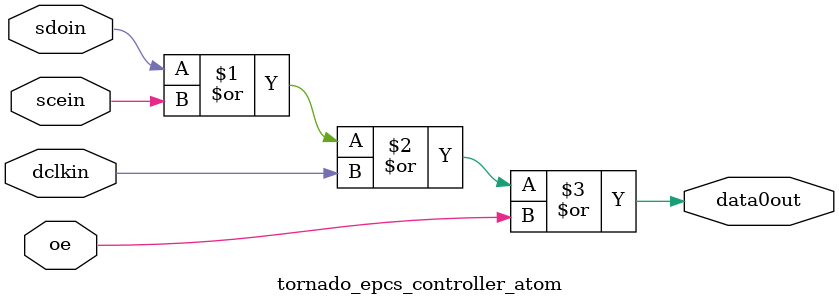
<source format=v>
module tornado_epcs_controller_atom (
                                       dclkin,
                                       oe,
                                       scein,
                                       sdoin,
                                       data0out
                                    )
;
  output           data0out;
  input            dclkin;
  input            oe;
  input            scein;
  input            sdoin;
  wire             data0out;
  assign data0out = sdoin | scein | dclkin | oe;
endmodule
</source>
